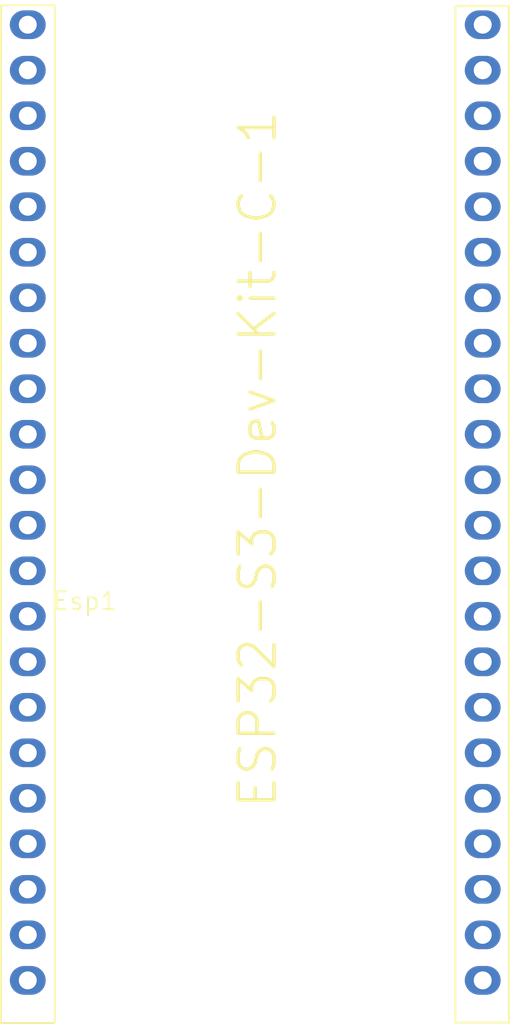
<source format=kicad_pcb>
(kicad_pcb (version 20241229) (generator "pcbnew") (generator_version "9.0")
  (layers (0 "F.Cu" signal) (2 "B.Cu" signal) (13 "F.Paste" user) (15 "B.Paste" user) (5 "F.SilkS" user "F.Silkscreen") (7 "B.SilkS" user "B.Silkscreen") (1 "F.Mask" user) (3 "B.Mask" user) (25 "Edge.Cuts" user))
  (net 0 "")
  (footprint "Esp32-S3:Untitled_1" (layer "F.Cu") (at 127.07 77.65)
    (property "Reference" "Esp1" (at 0 -0.5 0) (layer "F.SilkS") (effects (font (thickness 0.1))))
    (property "Value" "~")
    (fp_rect (start -4.7 -33.75) (end -1.7 23.05) (stroke (width 0.1)) (fill no) (layer "F.SilkS"))
    (fp_rect (start 20.675 -33.7) (end 23.675 23.025) (stroke (width 0.1)) (fill no) (layer "F.SilkS"))
    (fp_text user "ESP32-S3-Dev-Kit-C-1" (at 10.8 11.2 90) (layer "F.SilkS") (effects (font (size 2 2) (thickness 0.2)) (justify left bottom)))
    (pad "1" thru_hole oval (at -3.2 -32.67) (size 2 1.6) (drill 1) (layers "*.Cu" "*.Mask"))
    (pad "2" thru_hole oval (at 22.2 -32.67) (size 2 1.6) (drill 1) (layers "*.Cu" "*.Mask"))
    (pad "3" thru_hole oval (at -3.2 -30.13) (size 2 1.6) (drill 1) (layers "*.Cu" "*.Mask"))
    (pad "4" thru_hole oval (at 22.2 -30.13) (size 2 1.6) (drill 1) (layers "*.Cu" "*.Mask"))
    (pad "5" thru_hole oval (at -3.2 -27.59) (size 2 1.6) (drill 1) (layers "*.Cu" "*.Mask"))
    (pad "6" thru_hole oval (at 22.2 -27.59) (size 2 1.6) (drill 1) (layers "*.Cu" "*.Mask"))
    (pad "7" thru_hole oval (at -3.2 -25.05) (size 2 1.6) (drill 1) (layers "*.Cu" "*.Mask"))
    (pad "8" thru_hole oval (at 22.2 -25.05) (size 2 1.6) (drill 1) (layers "*.Cu" "*.Mask"))
    (pad "9" thru_hole oval (at -3.2 -22.51) (size 2 1.6) (drill 1) (layers "*.Cu" "*.Mask"))
    (pad "10" thru_hole oval (at 22.2 -22.51) (size 2 1.6) (drill 1) (layers "*.Cu" "*.Mask"))
    (pad "11" thru_hole oval (at -3.2 -19.97) (size 2 1.6) (drill 1) (layers "*.Cu" "*.Mask"))
    (pad "12" thru_hole oval (at 22.2 -19.97) (size 2 1.6) (drill 1) (layers "*.Cu" "*.Mask"))
    (pad "13" thru_hole oval (at -3.2 -17.43) (size 2 1.6) (drill 1) (layers "*.Cu" "*.Mask"))
    (pad "14" thru_hole oval (at 22.2 -17.43) (size 2 1.6) (drill 1) (layers "*.Cu" "*.Mask"))
    (pad "15" thru_hole oval (at -3.2 -14.89) (size 2 1.6) (drill 1) (layers "*.Cu" "*.Mask"))
    (pad "16" thru_hole oval (at 22.2 -14.89) (size 2 1.6) (drill 1) (layers "*.Cu" "*.Mask"))
    (pad "17" thru_hole oval (at -3.2 -12.35) (size 2 1.6) (drill 1) (layers "*.Cu" "*.Mask"))
    (pad "18" thru_hole oval (at 22.2 -12.35) (size 2 1.6) (drill 1) (layers "*.Cu" "*.Mask"))
    (pad "19" thru_hole oval (at -3.2 -9.81) (size 2 1.6) (drill 1) (layers "*.Cu" "*.Mask"))
    (pad "20" thru_hole oval (at 22.2 -9.81) (size 2 1.6) (drill 1) (layers "*.Cu" "*.Mask"))
    (pad "21" thru_hole oval (at -3.2 -7.27) (size 2 1.6) (drill 1) (layers "*.Cu" "*.Mask"))
    (pad "22" thru_hole oval (at 22.2 -7.27) (size 2 1.6) (drill 1) (layers "*.Cu" "*.Mask"))
    (pad "23" thru_hole oval (at -3.2 -4.73) (size 2 1.6) (drill 1) (layers "*.Cu" "*.Mask"))
    (pad "24" thru_hole oval (at 22.2 -4.73) (size 2 1.6) (drill 1) (layers "*.Cu" "*.Mask"))
    (pad "25" thru_hole oval (at -3.2 -2.19) (size 2 1.6) (drill 1) (layers "*.Cu" "*.Mask"))
    (pad "26" thru_hole oval (at 22.2 -2.19) (size 2 1.6) (drill 1) (layers "*.Cu" "*.Mask"))
    (pad "27" thru_hole oval (at -3.2 0.35) (size 2 1.6) (drill 1) (layers "*.Cu" "*.Mask"))
    (pad "28" thru_hole oval (at 22.2 0.35) (size 2 1.6) (drill 1) (layers "*.Cu" "*.Mask"))
    (pad "29" thru_hole oval (at -3.2 2.89) (size 2 1.6) (drill 1) (layers "*.Cu" "*.Mask"))
    (pad "30" thru_hole oval (at 22.2 2.89) (size 2 1.6) (drill 1) (layers "*.Cu" "*.Mask"))
    (pad "31" thru_hole oval (at -3.2 5.43) (size 2 1.6) (drill 1) (layers "*.Cu" "*.Mask"))
    (pad "32" thru_hole oval (at 22.2 5.43) (size 2 1.6) (drill 1) (layers "*.Cu" "*.Mask"))
    (pad "33" thru_hole oval (at -3.2 7.97) (size 2 1.6) (drill 1) (layers "*.Cu" "*.Mask"))
    (pad "34" thru_hole oval (at 22.2 7.97) (size 2 1.6) (drill 1) (layers "*.Cu" "*.Mask"))
    (pad "35" thru_hole oval (at -3.2 10.51) (size 2 1.6) (drill 1) (layers "*.Cu" "*.Mask"))
    (pad "36" thru_hole oval (at 22.2 10.51) (size 2 1.6) (drill 1) (layers "*.Cu" "*.Mask"))
    (pad "37" thru_hole oval (at -3.2 13.05) (size 2 1.6) (drill 1) (layers "*.Cu" "*.Mask"))
    (pad "38" thru_hole oval (at 22.2 13.05) (size 2 1.6) (drill 1) (layers "*.Cu" "*.Mask"))
    (pad "39" thru_hole oval (at -3.2 15.59) (size 2 1.6) (drill 1) (layers "*.Cu" "*.Mask"))
    (pad "40" thru_hole oval (at 22.2 15.59) (size 2 1.6) (drill 1) (layers "*.Cu" "*.Mask"))
    (pad "41" thru_hole oval (at -3.2 18.13) (size 2 1.6) (drill 1) (layers "*.Cu" "*.Mask"))
    (pad "42" thru_hole oval (at 22.2 18.13) (size 2 1.6) (drill 1) (layers "*.Cu" "*.Mask"))
    (pad "43" thru_hole oval (at -3.2 20.67) (size 2 1.6) (drill 1) (layers "*.Cu" "*.Mask"))
    (pad "44" thru_hole oval (at 22.2 20.67) (size 2 1.6) (drill 1) (layers "*.Cu" "*.Mask"))
  )
)
</source>
